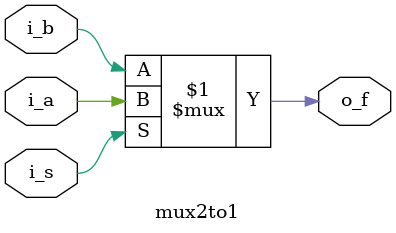
<source format=v>
module mux2to1 (
	i_a,
	i_b,
	i_s,
	o_f);

input i_a;
input i_b;
input i_s;

output o_f;

assign o_f = i_s ? i_a : i_b;

endmodule
	
</source>
